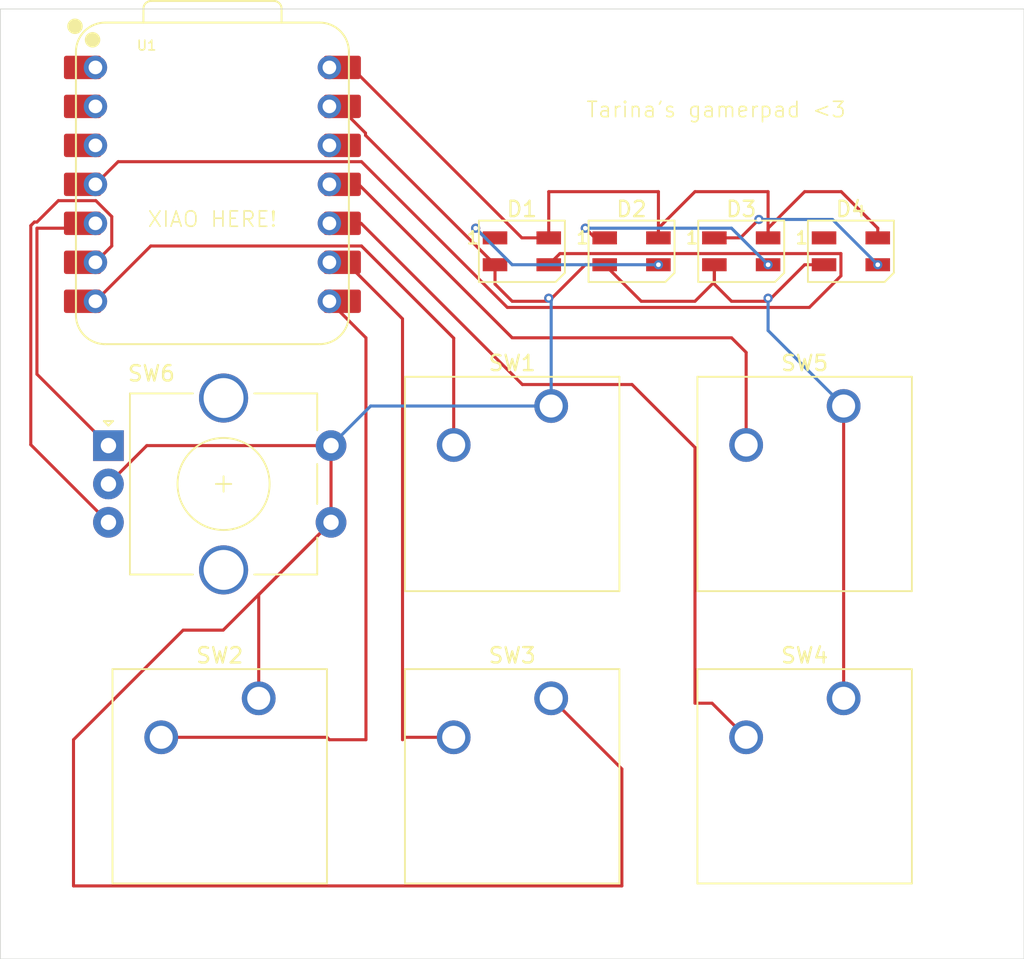
<source format=kicad_pcb>
(kicad_pcb (version 20241229) (generator "pcbnew") (generator_version "9.0")
  (layers (0 "F.Cu" signal) (2 "B.Cu" signal) (13 "F.Paste" user) (15 "B.Paste" user) (5 "F.SilkS" user "F.Silkscreen") (7 "B.SilkS" user "B.Silkscreen") (1 "F.Mask" user) (3 "B.Mask" user) (25 "Edge.Cuts" user))
  (net 0 "")
  (net 1 "GND")
  (net 2 "+5V")
  (net 3 "Net-(D1-DOUT)")
  (net 4 "Net-(D1-DIN)")
  (net 5 "Net-(D2-DOUT)")
  (net 6 "Net-(D3-DOUT)")
  (net 8 "Net-(U1-GPIO0{slash}TX)")
  (net 9 "Net-(U1-GPIO1{slash}RX)")
  (net 10 "Net-(U1-GPIO2{slash}SCK)")
  (net 11 "Net-(U1-GPIO4{slash}MISO)")
  (net 12 "Net-(U1-GPIO3{slash}MOSI)")
  (net 13 "Net-(U1-GPIO7{slash}SCL)")
  (net 14 "Net-(U1-GPIO6{slash}SDA)")
  (footprint "Button_Switch_Keyboard:SW_Cherry_MX_1.00u_PCB" (layer "F.Cu") (at 157.32125 87.78875)
    (property "Reference" "SW1" (at -2.54 -2.794 0) (layer "F.SilkS"))
    (property "Value" "SW_Push")
    (fp_line (start -9.525 -1.905) (end 4.445 -1.905) (stroke (width 0.12)) (layer "F.SilkS"))
    (fp_line (start -9.525 12.065) (end -9.525 -1.905) (stroke (width 0.12)) (layer "F.SilkS"))
    (fp_line (start 4.445 -1.905) (end 4.445 12.065) (stroke (width 0.12)) (layer "F.SilkS"))
    (fp_line (start 4.445 12.065) (end -9.525 12.065) (stroke (width 0.12)) (layer "F.SilkS"))
    (pad "" np_thru_hole circle (at -7.62 5.08) (size 1.7 1.7) (drill 1.7) (layers "*.Cu" "*.Mask"))
    (pad "" np_thru_hole circle (at -2.54 5.08) (size 4 4) (drill 4) (layers "*.Cu" "*.Mask"))
    (pad "" np_thru_hole circle (at 2.54 5.08) (size 1.7 1.7) (drill 1.7) (layers "*.Cu" "*.Mask"))
    (pad "1" thru_hole circle (at 0 0) (size 2.2 2.2) (drill 1.5) (layers "*.Cu" "*.Mask") (net 1 "GND"))
    (pad "2" thru_hole circle (at -6.35 2.54) (size 2.2 2.2) (drill 1.5) (layers "*.Cu" "*.Mask") (net 8 "Net-(U1-GPIO0{slash}TX)"))
  )
  (footprint "Button_Switch_Keyboard:SW_Cherry_MX_1.00u_PCB" (layer "F.Cu") (at 176.37125 87.78875)
    (property "Reference" "SW5" (at -2.54 -2.794 0) (layer "F.SilkS"))
    (property "Value" "SW_Push")
    (fp_line (start -9.525 -1.905) (end 4.445 -1.905) (stroke (width 0.12)) (layer "F.SilkS"))
    (fp_line (start -9.525 12.065) (end -9.525 -1.905) (stroke (width 0.12)) (layer "F.SilkS"))
    (fp_line (start 4.445 -1.905) (end 4.445 12.065) (stroke (width 0.12)) (layer "F.SilkS"))
    (fp_line (start 4.445 12.065) (end -9.525 12.065) (stroke (width 0.12)) (layer "F.SilkS"))
    (pad "" np_thru_hole circle (at -7.62 5.08) (size 1.7 1.7) (drill 1.7) (layers "*.Cu" "*.Mask"))
    (pad "" np_thru_hole circle (at -2.54 5.08) (size 4 4) (drill 4) (layers "*.Cu" "*.Mask"))
    (pad "" np_thru_hole circle (at 2.54 5.08) (size 1.7 1.7) (drill 1.7) (layers "*.Cu" "*.Mask"))
    (pad "1" thru_hole circle (at 0 0) (size 2.2 2.2) (drill 1.5) (layers "*.Cu" "*.Mask") (net 1 "GND"))
    (pad "2" thru_hole circle (at -6.35 2.54) (size 2.2 2.2) (drill 1.5) (layers "*.Cu" "*.Mask") (net 12 "Net-(U1-GPIO3{slash}MOSI)"))
  )
  (footprint "Button_Switch_Keyboard:SW_Cherry_MX_1.00u_PCB" (layer "F.Cu") (at 176.37125 106.83875)
    (property "Reference" "SW4" (at -2.54 -2.794 0) (layer "F.SilkS"))
    (property "Value" "SW_Push")
    (fp_line (start -9.525 -1.905) (end 4.445 -1.905) (stroke (width 0.12)) (layer "F.SilkS"))
    (fp_line (start -9.525 12.065) (end -9.525 -1.905) (stroke (width 0.12)) (layer "F.SilkS"))
    (fp_line (start 4.445 -1.905) (end 4.445 12.065) (stroke (width 0.12)) (layer "F.SilkS"))
    (fp_line (start 4.445 12.065) (end -9.525 12.065) (stroke (width 0.12)) (layer "F.SilkS"))
    (pad "" np_thru_hole circle (at -7.62 5.08) (size 1.7 1.7) (drill 1.7) (layers "*.Cu" "*.Mask"))
    (pad "" np_thru_hole circle (at -2.54 5.08) (size 4 4) (drill 4) (layers "*.Cu" "*.Mask"))
    (pad "" np_thru_hole circle (at 2.54 5.08) (size 1.7 1.7) (drill 1.7) (layers "*.Cu" "*.Mask"))
    (pad "1" thru_hole circle (at 0 0) (size 2.2 2.2) (drill 1.5) (layers "*.Cu" "*.Mask") (net 1 "GND"))
    (pad "2" thru_hole circle (at -6.35 2.54) (size 2.2 2.2) (drill 1.5) (layers "*.Cu" "*.Mask") (net 11 "Net-(U1-GPIO4{slash}MISO)"))
  )
  (footprint "LED_SMD:LED_SK6812MINI_PLCC4_3.5x3.5mm_P1.75mm" (layer "F.Cu") (at 162.55625 77.70625)
    (property "Reference" "D2" (at 0 -2.75 0) (layer "F.SilkS"))
    (property "Value" "SK6812MINI")
    (fp_line (start -2.8 -2) (end -2.8 2) (stroke (width 0.12)) (layer "F.SilkS"))
    (fp_line (start -2.8 -2) (end 2.8 -2) (stroke (width 0.12)) (layer "F.SilkS"))
    (fp_line (start -2.8 2) (end 2.2 2) (stroke (width 0.12)) (layer "F.SilkS"))
    (fp_line (start 2.8 1.4) (end 2.2 2) (stroke (width 0.12)) (layer "F.SilkS"))
    (fp_line (start 2.8 1.4) (end 2.8 -2) (stroke (width 0.12)) (layer "F.SilkS"))
    (fp_text user "1" (at -3.2 -0.875 0) (layer "F.SilkS") (effects (font (size 0.8 0.8))))
    (pad "1" smd rect (at -1.75 -0.875) (size 1.6 0.85) (layers "F.Cu" "F.Mask" "F.Paste") (net 5 "Net-(D2-DOUT)"))
    (pad "2" smd rect (at -1.75 0.875) (size 1.6 0.85) (layers "F.Cu" "F.Mask" "F.Paste") (net 1 "GND"))
    (pad "3" smd rect (at 1.75 0.875) (size 1.6 0.85) (layers "F.Cu" "F.Mask" "F.Paste") (net 3 "Net-(D1-DOUT)"))
    (pad "4" smd rect (at 1.75 -0.875) (size 1.6 0.85) (layers "F.Cu" "F.Mask" "F.Paste") (net 2 "+5V"))
  )
  (footprint "Button_Switch_Keyboard:SW_Cherry_MX_1.00u_PCB" (layer "F.Cu") (at 157.32125 106.83875)
    (property "Reference" "SW3" (at -2.54 -2.794 0) (layer "F.SilkS"))
    (property "Value" "SW_Push")
    (fp_line (start -9.525 -1.905) (end 4.445 -1.905) (stroke (width 0.12)) (layer "F.SilkS"))
    (fp_line (start -9.525 12.065) (end -9.525 -1.905) (stroke (width 0.12)) (layer "F.SilkS"))
    (fp_line (start 4.445 -1.905) (end 4.445 12.065) (stroke (width 0.12)) (layer "F.SilkS"))
    (fp_line (start 4.445 12.065) (end -9.525 12.065) (stroke (width 0.12)) (layer "F.SilkS"))
    (pad "" np_thru_hole circle (at -7.62 5.08) (size 1.7 1.7) (drill 1.7) (layers "*.Cu" "*.Mask"))
    (pad "" np_thru_hole circle (at -2.54 5.08) (size 4 4) (drill 4) (layers "*.Cu" "*.Mask"))
    (pad "" np_thru_hole circle (at 2.54 5.08) (size 1.7 1.7) (drill 1.7) (layers "*.Cu" "*.Mask"))
    (pad "1" thru_hole circle (at 0 0) (size 2.2 2.2) (drill 1.5) (layers "*.Cu" "*.Mask") (net 1 "GND"))
    (pad "2" thru_hole circle (at -6.35 2.54) (size 2.2 2.2) (drill 1.5) (layers "*.Cu" "*.Mask") (net 10 "Net-(U1-GPIO2{slash}SCK)"))
  )
  (footprint "LED_SMD:LED_SK6812MINI_PLCC4_3.5x3.5mm_P1.75mm" (layer "F.Cu") (at 176.84375 77.70625)
    (property "Reference" "D4" (at 0 -2.75 0) (layer "F.SilkS"))
    (property "Value" "SK6812MINI")
    (fp_line (start -2.8 -2) (end -2.8 2) (stroke (width 0.12)) (layer "F.SilkS"))
    (fp_line (start -2.8 -2) (end 2.8 -2) (stroke (width 0.12)) (layer "F.SilkS"))
    (fp_line (start -2.8 2) (end 2.2 2) (stroke (width 0.12)) (layer "F.SilkS"))
    (fp_line (start 2.8 1.4) (end 2.2 2) (stroke (width 0.12)) (layer "F.SilkS"))
    (fp_line (start 2.8 1.4) (end 2.8 -2) (stroke (width 0.12)) (layer "F.SilkS"))
    (fp_text user "1" (at -3.2 -0.875 0) (layer "F.SilkS") (effects (font (size 0.8 0.8))))
    (pad "1" smd rect (at -1.75 -0.875) (size 1.6 0.85) (layers "F.Cu" "F.Mask" "F.Paste"))
    (pad "2" smd rect (at -1.75 0.875) (size 1.6 0.85) (layers "F.Cu" "F.Mask" "F.Paste") (net 1 "GND"))
    (pad "3" smd rect (at 1.75 0.875) (size 1.6 0.85) (layers "F.Cu" "F.Mask" "F.Paste") (net 6 "Net-(D3-DOUT)"))
    (pad "4" smd rect (at 1.75 -0.875) (size 1.6 0.85) (layers "F.Cu" "F.Mask" "F.Paste") (net 2 "+5V"))
  )
  (footprint "Button_Switch_Keyboard:SW_Cherry_MX_1.00u_PCB" (layer "F.Cu") (at 138.27125 106.83875)
    (property "Reference" "SW2" (at -2.54 -2.794 0) (layer "F.SilkS"))
    (property "Value" "SW_Push")
    (fp_line (start -9.525 -1.905) (end 4.445 -1.905) (stroke (width 0.12)) (layer "F.SilkS"))
    (fp_line (start -9.525 12.065) (end -9.525 -1.905) (stroke (width 0.12)) (layer "F.SilkS"))
    (fp_line (start 4.445 -1.905) (end 4.445 12.065) (stroke (width 0.12)) (layer "F.SilkS"))
    (fp_line (start 4.445 12.065) (end -9.525 12.065) (stroke (width 0.12)) (layer "F.SilkS"))
    (pad "" np_thru_hole circle (at -7.62 5.08) (size 1.7 1.7) (drill 1.7) (layers "*.Cu" "*.Mask"))
    (pad "" np_thru_hole circle (at -2.54 5.08) (size 4 4) (drill 4) (layers "*.Cu" "*.Mask"))
    (pad "" np_thru_hole circle (at 2.54 5.08) (size 1.7 1.7) (drill 1.7) (layers "*.Cu" "*.Mask"))
    (pad "1" thru_hole circle (at 0 0) (size 2.2 2.2) (drill 1.5) (layers "*.Cu" "*.Mask") (net 1 "GND"))
    (pad "2" thru_hole circle (at -6.35 2.54) (size 2.2 2.2) (drill 1.5) (layers "*.Cu" "*.Mask") (net 9 "Net-(U1-GPIO1{slash}RX)"))
  )
  (footprint "Seeed Studio XIAO Series Library:XIAO-RP2040-DIP" (layer "F.Cu") (at 135.255 73.3425)
    (property "Reference" "U1" (at -4.28625 -9.04875 0) (layer "F.SilkS") (effects (font (size 0.635 0.635) (thickness 0.1016))))
    (property "Value" "XIAO-RP2040-DIP")
    (fp_line (start -8.89 8.509) (end -8.89 -8.636) (stroke (width 0.127)) (layer "F.SilkS"))
    (fp_line (start -6.985 10.414) (end 6.985 10.414) (stroke (width 0.127)) (layer "F.SilkS"))
    (fp_line (start -4.495 -10.541) (end -4.491272 -11.451272) (stroke (width 0.127)) (layer "F.SilkS"))
    (fp_line (start -3.991272 -11.951) (end 4.004 -11.951) (stroke (width 0.127)) (layer "F.SilkS"))
    (fp_line (start 4.504 -11.451) (end 4.504 -10.541) (stroke (width 0.127)) (layer "F.SilkS"))
    (fp_line (start 6.985 -10.541) (end -6.985 -10.541) (stroke (width 0.1)) (layer "F.SilkS"))
    (fp_line (start 6.985 -10.541) (end -6.985 -10.541) (stroke (width 0.127)) (layer "F.SilkS"))
    (fp_line (start 8.89 8.509) (end 8.89 -8.636) (stroke (width 0.127)) (layer "F.SilkS"))
    (fp_arc (start -8.89 -8.636) (mid -8.332038 -9.983038) (end -6.985 -10.541) (stroke (width 0.127)) (layer "F.SilkS"))
    (fp_arc (start -6.985 10.414) (mid -8.332038 9.856038) (end -8.89 8.509) (stroke (width 0.127)) (layer "F.SilkS"))
    (fp_arc (start -4.491272 -11.451272) (mid -4.344728 -11.80464) (end -3.991272 -11.951) (stroke (width 0.127)) (layer "F.SilkS"))
    (fp_arc (start 4.004 -11.951) (mid 4.357553 -11.804553) (end 4.504 -11.451) (stroke (width 0.127)) (layer "F.SilkS"))
    (fp_arc (start 6.985 -10.541) (mid 8.332038 -9.983038) (end 8.89 -8.636) (stroke (width 0.127)) (layer "F.SilkS"))
    (fp_arc (start 8.89 8.509) (mid 8.332038 9.856038) (end 6.985 10.414) (stroke (width 0.127)) (layer "F.SilkS"))
    (fp_circle (center -8.95 -10.3) (end -8.95 -10.554) (stroke (width 0.5)) (fill yes) (layer "F.SilkS"))
    (fp_circle (center -7.807 -9.42) (end -7.807 -9.674) (stroke (width 0.5)) (fill yes) (layer "F.SilkS"))
    (pad "1" smd roundrect (at -8.455 -7.62 180) (size 2.432 1.524) (layers "F.Cu" "F.Mask") (roundrect_rratio 0.1))
    (pad "1" thru_hole circle (at -7.62 -7.62 180) (size 1.524 1.524) (drill 0.889) (layers "*.Cu" "*.Mask"))
    (pad "2" smd roundrect (at -8.455 -5.08 180) (size 2.432 1.524) (layers "F.Cu" "F.Mask") (roundrect_rratio 0.1))
    (pad "2" thru_hole circle (at -7.62 -5.08 180) (size 1.524 1.524) (drill 0.889) (layers "*.Cu" "*.Mask"))
    (pad "3" smd roundrect (at -8.455 -2.54 180) (size 2.432 1.524) (layers "F.Cu" "F.Mask") (roundrect_rratio 0.1))
    (pad "3" thru_hole circle (at -7.62 -2.54 180) (size 1.524 1.524) (drill 0.889) (layers "*.Cu" "*.Mask"))
    (pad "4" smd roundrect (at -8.455 0 180) (size 2.432 1.524) (layers "F.Cu" "F.Mask") (roundrect_rratio 0.1) (net 4 "Net-(D1-DIN)"))
    (pad "4" thru_hole circle (at -7.62 0 180) (size 1.524 1.524) (drill 0.889) (layers "*.Cu" "*.Mask") (net 4 "Net-(D1-DIN)"))
    (pad "5" smd roundrect (at -8.455 2.54 180) (size 2.432 1.524) (layers "F.Cu" "F.Mask") (roundrect_rratio 0.1) (net 14 "Net-(U1-GPIO6{slash}SDA)"))
    (pad "5" thru_hole circle (at -7.62 2.54 180) (size 1.524 1.524) (drill 0.889) (layers "*.Cu" "*.Mask") (net 14 "Net-(U1-GPIO6{slash}SDA)"))
    (pad "6" smd roundrect (at -8.455 5.08 180) (size 2.432 1.524) (layers "F.Cu" "F.Mask") (roundrect_rratio 0.1) (net 13 "Net-(U1-GPIO7{slash}SCL)"))
    (pad "6" thru_hole circle (at -7.62 5.08 180) (size 1.524 1.524) (drill 0.889) (layers "*.Cu" "*.Mask") (net 13 "Net-(U1-GPIO7{slash}SCL)"))
    (pad "7" smd roundrect (at -8.455 7.62 180) (size 2.432 1.524) (layers "F.Cu" "F.Mask") (roundrect_rratio 0.1) (net 8 "Net-(U1-GPIO0{slash}TX)"))
    (pad "7" thru_hole circle (at -7.62 7.62 180) (size 1.524 1.524) (drill 0.889) (layers "*.Cu" "*.Mask") (net 8 "Net-(U1-GPIO0{slash}TX)"))
    (pad "8" thru_hole circle (at 7.62 7.62) (size 1.524 1.524) (drill 0.889) (layers "*.Cu" "*.Mask") (net 9 "Net-(U1-GPIO1{slash}RX)"))
    (pad "8" smd roundrect (at 8.455 7.62) (size 2.432 1.524) (layers "F.Cu" "F.Mask") (roundrect_rratio 0.1) (net 9 "Net-(U1-GPIO1{slash}RX)"))
    (pad "9" thru_hole circle (at 7.62 5.08) (size 1.524 1.524) (drill 0.889) (layers "*.Cu" "*.Mask") (net 10 "Net-(U1-GPIO2{slash}SCK)"))
    (pad "9" smd roundrect (at 8.455 5.08) (size 2.432 1.524) (layers "F.Cu" "F.Mask") (roundrect_rratio 0.1) (net 10 "Net-(U1-GPIO2{slash}SCK)"))
    (pad "10" thru_hole circle (at 7.62 2.54) (size 1.524 1.524) (drill 0.889) (layers "*.Cu" "*.Mask") (net 11 "Net-(U1-GPIO4{slash}MISO)"))
    (pad "10" smd roundrect (at 8.455 2.54) (size 2.432 1.524) (layers "F.Cu" "F.Mask") (roundrect_rratio 0.1) (net 11 "Net-(U1-GPIO4{slash}MISO)"))
    (pad "11" thru_hole circle (at 7.62 0) (size 1.524 1.524) (drill 0.889) (layers "*.Cu" "*.Mask") (net 12 "Net-(U1-GPIO3{slash}MOSI)"))
    (pad "11" smd roundrect (at 8.455 0) (size 2.432 1.524) (layers "F.Cu" "F.Mask") (roundrect_rratio 0.1) (net 12 "Net-(U1-GPIO3{slash}MOSI)"))
    (pad "12" thru_hole circle (at 7.62 -2.54) (size 1.524 1.524) (drill 0.889) (layers "*.Cu" "*.Mask"))
    (pad "12" smd roundrect (at 8.455 -2.54) (size 2.432 1.524) (layers "F.Cu" "F.Mask") (roundrect_rratio 0.1))
    (pad "13" thru_hole circle (at 7.62 -5.08) (size 1.524 1.524) (drill 0.889) (layers "*.Cu" "*.Mask") (net 1 "GND"))
    (pad "13" smd roundrect (at 8.455 -5.08) (size 2.432 1.524) (layers "F.Cu" "F.Mask") (roundrect_rratio 0.1) (net 1 "GND"))
    (pad "14" thru_hole circle (at 7.62 -7.62) (size 1.524 1.524) (drill 0.889) (layers "*.Cu" "*.Mask") (net 2 "+5V"))
    (pad "14" smd roundrect (at 8.455 -7.62) (size 2.432 1.524) (layers "F.Cu" "F.Mask") (roundrect_rratio 0.1) (net 2 "+5V"))
  )
  (footprint "Rotary_Encoder:RotaryEncoder_Alps_EC11E-Switch_Vertical_H20mm_CircularMountingHoles" (layer "F.Cu") (at 128.48125 90.36875)
    (property "Reference" "SW6" (at 2.8 -4.7 0) (layer "F.SilkS"))
    (property "Value" "RotaryEncoder_Switch")
    (fp_line (start -0.3 -1.6) (end 0.3 -1.6) (stroke (width 0.12)) (layer "F.SilkS"))
    (fp_line (start 0 -1.3) (end -0.3 -1.6) (stroke (width 0.12)) (layer "F.SilkS"))
    (fp_line (start 0.3 -1.6) (end 0 -1.3) (stroke (width 0.12)) (layer "F.SilkS"))
    (fp_line (start 1.4 -3.4) (end 1.4 8.4) (stroke (width 0.12)) (layer "F.SilkS"))
    (fp_line (start 5.5 -3.4) (end 1.4 -3.4) (stroke (width 0.12)) (layer "F.SilkS"))
    (fp_line (start 5.5 8.4) (end 1.4 8.4) (stroke (width 0.12)) (layer "F.SilkS"))
    (fp_line (start 7 2.5) (end 8 2.5) (stroke (width 0.12)) (layer "F.SilkS"))
    (fp_line (start 7.5 2) (end 7.5 3) (stroke (width 0.12)) (layer "F.SilkS"))
    (fp_line (start 9.5 -3.4) (end 13.6 -3.4) (stroke (width 0.12)) (layer "F.SilkS"))
    (fp_line (start 13.6 -3.4) (end 13.6 -1) (stroke (width 0.12)) (layer "F.SilkS"))
    (fp_line (start 13.6 1.2) (end 13.6 3.8) (stroke (width 0.12)) (layer "F.SilkS"))
    (fp_line (start 13.6 6) (end 13.6 8.4) (stroke (width 0.12)) (layer "F.SilkS"))
    (fp_line (start 13.6 8.4) (end 9.5 8.4) (stroke (width 0.12)) (layer "F.SilkS"))
    (fp_circle (center 7.5 2.5) (end 10.5 2.5) (stroke (width 0.12)) (fill no) (layer "F.SilkS"))
    (pad "A" thru_hole rect (at 0 0) (size 2 2) (drill 1) (layers "*.Cu" "*.Mask") (net 14 "Net-(U1-GPIO6{slash}SDA)"))
    (pad "B" thru_hole circle (at 0 5) (size 2 2) (drill 1) (layers "*.Cu" "*.Mask") (net 13 "Net-(U1-GPIO7{slash}SCL)"))
    (pad "C" thru_hole circle (at 0 2.5) (size 2 2) (drill 1) (layers "*.Cu" "*.Mask") (net 1 "GND"))
    (pad "MP" thru_hole circle (at 7.5 -3.1) (size 3.2 3.2) (drill 2.6) (layers "*.Cu" "*.Mask"))
    (pad "MP" thru_hole circle (at 7.5 8.1) (size 3.2 3.2) (drill 2.6) (layers "*.Cu" "*.Mask"))
    (pad "S1" thru_hole circle (at 14.5 5) (size 2 2) (drill 1) (layers "*.Cu" "*.Mask") (net 1 "GND"))
    (pad "S2" thru_hole circle (at 14.5 0) (size 2 2) (drill 1) (layers "*.Cu" "*.Mask") (net 1 "GND"))
  )
  (footprint "LED_SMD:LED_SK6812MINI_PLCC4_3.5x3.5mm_P1.75mm" (layer "F.Cu") (at 155.4125 77.70625)
    (property "Reference" "D1" (at 0 -2.75 0) (layer "F.SilkS"))
    (property "Value" "SK6812MINI")
    (fp_line (start -2.8 -2) (end -2.8 2) (stroke (width 0.12)) (layer "F.SilkS"))
    (fp_line (start -2.8 -2) (end 2.8 -2) (stroke (width 0.12)) (layer "F.SilkS"))
    (fp_line (start -2.8 2) (end 2.2 2) (stroke (width 0.12)) (layer "F.SilkS"))
    (fp_line (start 2.8 1.4) (end 2.2 2) (stroke (width 0.12)) (layer "F.SilkS"))
    (fp_line (start 2.8 1.4) (end 2.8 -2) (stroke (width 0.12)) (layer "F.SilkS"))
    (fp_text user "1" (at -3.2 -0.875 0) (layer "F.SilkS") (effects (font (size 0.8 0.8))))
    (pad "1" smd rect (at -1.75 -0.875) (size 1.6 0.85) (layers "F.Cu" "F.Mask" "F.Paste") (net 3 "Net-(D1-DOUT)"))
    (pad "2" smd rect (at -1.75 0.875) (size 1.6 0.85) (layers "F.Cu" "F.Mask" "F.Paste") (net 1 "GND"))
    (pad "3" smd rect (at 1.75 0.875) (size 1.6 0.85) (layers "F.Cu" "F.Mask" "F.Paste") (net 4 "Net-(D1-DIN)"))
    (pad "4" smd rect (at 1.75 -0.875) (size 1.6 0.85) (layers "F.Cu" "F.Mask" "F.Paste") (net 2 "+5V"))
  )
  (footprint "LED_SMD:LED_SK6812MINI_PLCC4_3.5x3.5mm_P1.75mm" (layer "F.Cu") (at 169.7 77.70625)
    (property "Reference" "D3" (at 0 -2.75 0) (layer "F.SilkS"))
    (property "Value" "SK6812MINI")
    (fp_line (start -2.8 -2) (end -2.8 2) (stroke (width 0.12)) (layer "F.SilkS"))
    (fp_line (start -2.8 -2) (end 2.8 -2) (stroke (width 0.12)) (layer "F.SilkS"))
    (fp_line (start -2.8 2) (end 2.2 2) (stroke (width 0.12)) (layer "F.SilkS"))
    (fp_line (start 2.8 1.4) (end 2.2 2) (stroke (width 0.12)) (layer "F.SilkS"))
    (fp_line (start 2.8 1.4) (end 2.8 -2) (stroke (width 0.12)) (layer "F.SilkS"))
    (fp_text user "1" (at -3.2 -0.875 0) (layer "F.SilkS") (effects (font (size 0.8 0.8))))
    (pad "1" smd rect (at -1.75 -0.875) (size 1.6 0.85) (layers "F.Cu" "F.Mask" "F.Paste") (net 6 "Net-(D3-DOUT)"))
    (pad "2" smd rect (at -1.75 0.875) (size 1.6 0.85) (layers "F.Cu" "F.Mask" "F.Paste") (net 1 "GND"))
    (pad "3" smd rect (at 1.75 0.875) (size 1.6 0.85) (layers "F.Cu" "F.Mask" "F.Paste") (net 5 "Net-(D2-DOUT)"))
    (pad "4" smd rect (at 1.75 -0.875) (size 1.6 0.85) (layers "F.Cu" "F.Mask" "F.Paste") (net 2 "+5V"))
  )
  (gr_rect (start 121.44375 61.9125) (end 188.11875 123.825) (stroke (width 0.05)) (fill no) (layer "Edge.Cuts"))
  (gr_text "Tarina's gamerpad <3" (at 159.54375 69.05625 0) (layer "F.SilkS") (effects (font (size 1 1) (thickness 0.1)) (justify left bottom)))
  (gr_text "XIAO HERE!" (at 130.96875 76.2 0) (layer "F.SilkS") (effects (font (size 1 1) (thickness 0.1)) (justify left bottom)))
  (segment (start 138.27125 100.07875) (end 142.98125 95.36875) (width 0.2) (layer "F.Cu") (net 1))
  (segment (start 171.45 80.9625) (end 173.83125 78.58125) (width 0.2) (layer "F.Cu") (net 1))
  (segment (start 160.80625 78.58125) (end 163.1875 80.9625) (width 0.2) (layer "F.Cu") (net 1))
  (segment (start 167.95 79.84375) (end 169.06875 80.9625) (width 0.2) (layer "F.Cu") (net 1))
  (segment (start 126.20625 119.0625) (end 126.20625 109.5375) (width 0.2) (layer "F.Cu") (net 1))
  (segment (start 157.32125 106.83875) (end 161.925 111.4425) (width 0.2) (layer "F.Cu") (net 1))
  (segment (start 142.875 68.2625) (end 143.488626 68.2625) (width 0.2) (layer "F.Cu") (net 1))
  (segment (start 138.27125 106.83875) (end 138.27125 100.07875) (width 0.2) (layer "F.Cu") (net 1))
  (segment (start 167.95 78.58125) (end 167.95 79.84375) (width 0.2) (layer "F.Cu") (net 1))
  (segment (start 163.1875 80.9625) (end 166.6875 80.9625) (width 0.2) (layer "F.Cu") (net 1))
  (segment (start 133.35 102.39375) (end 135.95625 102.39375) (width 0.2) (layer "F.Cu") (net 1))
  (segment (start 166.6875 80.9625) (end 167.95 79.7) (width 0.2) (layer "F.Cu") (net 1))
  (segment (start 167.95 79.7) (end 167.95 78.58125) (width 0.2) (layer "F.Cu") (net 1))
  (segment (start 153.6625 79.84375) (end 154.78125 80.9625) (width 0.2) (layer "F.Cu") (net 1))
  (segment (start 159.54375 78.58125) (end 160.80625 78.58125) (width 0.2) (layer "F.Cu") (net 1))
  (segment (start 153.6625 78.58125) (end 153.6625 79.84375) (width 0.2) (layer "F.Cu") (net 1))
  (segment (start 135.95625 102.39375) (end 142.98125 95.36875) (width 0.2) (layer "F.Cu") (net 1))
  (segment (start 130.98125 90.36875) (end 142.98125 90.36875) (width 0.2) (layer "F.Cu") (net 1))
  (segment (start 126.20625 109.5375) (end 133.35 102.39375) (width 0.2) (layer "F.Cu") (net 1))
  (segment (start 161.925 111.4425) (end 161.925 119.0625) (width 0.2) (layer "F.Cu") (net 1))
  (segment (start 169.06875 80.9625) (end 171.45 80.9625) (width 0.2) (layer "F.Cu") (net 1))
  (segment (start 154.78125 80.9625) (end 157.1625 80.9625) (width 0.2) (layer "F.Cu") (net 1))
  (segment (start 128.48125 92.86875) (end 130.98125 90.36875) (width 0.2) (layer "F.Cu") (net 1))
  (segment (start 173.83125 78.58125) (end 175.09375 78.58125) (width 0.2) (layer "F.Cu") (net 1))
  (segment (start 143.488626 68.2625) (end 145.227 70.000874) (width 0.2) (layer "F.Cu") (net 1))
  (segment (start 176.37125 106.83875) (end 176.37125 87.78875) (width 0.2) (layer "F.Cu") (net 1))
  (segment (start 161.925 119.0625) (end 126.20625 119.0625) (width 0.2) (layer "F.Cu") (net 1))
  (segment (start 157.1625 80.9625) (end 159.54375 78.58125) (width 0.2) (layer "F.Cu") (net 1))
  (segment (start 145.227 70.14575) (end 153.6625 78.58125) (width 0.2) (layer "F.Cu") (net 1))
  (segment (start 145.227 70.000874) (end 145.227 70.14575) (width 0.2) (layer "F.Cu") (net 1))
  (segment (start 142.98125 90.36875) (end 142.98125 95.36875) (width 0.2) (layer "F.Cu") (net 1))
  (via (at 157.1625 80.7635) (size 0.6) (drill 0.3) (layers "F.Cu" "B.Cu") (net 1))
  (via (at 171.45 80.7635) (size 0.6) (drill 0.3) (layers "F.Cu" "B.Cu") (net 1))
  (segment (start 176.37125 87.78875) (end 171.45 82.8675) (width 0.2) (layer "B.Cu") (net 1))
  (segment (start 145.56125 87.78875) (end 157.32125 87.78875) (width 0.2) (layer "B.Cu") (net 1))
  (segment (start 157.32125 80.92225) (end 157.1625 80.7635) (width 0.2) (layer "B.Cu") (net 1))
  (segment (start 157.32125 87.78875) (end 157.32125 80.92225) (width 0.2) (layer "B.Cu") (net 1))
  (segment (start 142.98125 90.36875) (end 145.56125 87.78875) (width 0.2) (layer "B.Cu") (net 1))
  (segment (start 171.45 82.8675) (end 171.45 80.7635) (width 0.2) (layer "B.Cu") (net 1))
  (segment (start 164.30625 73.81875) (end 164.30625 76.83125) (width 0.2) (layer "F.Cu") (net 2))
  (segment (start 157.1625 76.83125) (end 157.1625 73.81875) (width 0.2) (layer "F.Cu") (net 2))
  (segment (start 171.45 73.81875) (end 171.45 76.83125) (width 0.2) (layer "F.Cu") (net 2))
  (segment (start 176.2125 73.81875) (end 178.59375 76.2) (width 0.2) (layer "F.Cu") (net 2))
  (segment (start 142.875 65.7225) (end 144.30375 65.7225) (width 0.2) (layer "F.Cu") (net 2))
  (segment (start 166.6875 73.81875) (end 171.45 73.81875) (width 0.2) (layer "F.Cu") (net 2))
  (segment (start 164.30625 76.2) (end 166.6875 73.81875) (width 0.2) (layer "F.Cu") (net 2))
  (segment (start 155.4125 76.83125) (end 157.1625 76.83125) (width 0.2) (layer "F.Cu") (net 2))
  (segment (start 144.30375 65.7225) (end 155.4125 76.83125) (width 0.2) (layer "F.Cu") (net 2))
  (segment (start 178.59375 76.2) (end 178.59375 76.83125) (width 0.2) (layer "F.Cu") (net 2))
  (segment (start 171.45 76.83125) (end 171.45 76.2) (width 0.2) (layer "F.Cu") (net 2))
  (segment (start 157.1625 73.81875) (end 164.30625 73.81875) (width 0.2) (layer "F.Cu") (net 2))
  (segment (start 164.30625 76.83125) (end 164.30625 76.2) (width 0.2) (layer "F.Cu") (net 2))
  (segment (start 171.45 76.2) (end 173.83125 73.81875) (width 0.2) (layer "F.Cu") (net 2))
  (segment (start 173.83125 73.81875) (end 176.2125 73.81875) (width 0.2) (layer "F.Cu") (net 2))
  (segment (start 153.6625 76.83125) (end 153.03125 76.83125) (width 0.2) (layer "F.Cu") (net 3))
  (segment (start 153.03125 76.83125) (end 152.4 76.2) (width 0.2) (layer "F.Cu") (net 3))
  (via (at 152.4 76.2) (size 0.6) (drill 0.3) (layers "F.Cu" "B.Cu") (net 3))
  (via (at 164.30625 78.58125) (size 0.6) (drill 0.3) (layers "F.Cu" "B.Cu") (net 3))
  (segment (start 152.4 76.2) (end 154.78125 78.58125) (width 0.2) (layer "B.Cu") (net 3))
  (segment (start 154.78125 78.58125) (end 164.30625 78.58125) (width 0.2) (layer "B.Cu") (net 3))
  (segment (start 176.19475 79.30725) (end 176.19475 77.85525) (width 0.2) (layer "F.Cu") (net 4))
  (segment (start 157.8885 77.85525) (end 157.1625 78.58125) (width 0.2) (layer "F.Cu") (net 4))
  (segment (start 129.112 71.8655) (end 144.965626 71.8655) (width 0.2) (layer "F.Cu") (net 4))
  (segment (start 144.965626 71.8655) (end 154.463626 81.3635) (width 0.2) (layer "F.Cu") (net 4))
  (segment (start 176.19475 77.85525) (end 157.8885 77.85525) (width 0.2) (layer "F.Cu") (net 4))
  (segment (start 174.1385 81.3635) (end 176.19475 79.30725) (width 0.2) (layer "F.Cu") (net 4))
  (segment (start 154.463626 81.3635) (end 174.1385 81.3635) (width 0.2) (layer "F.Cu") (net 4))
  (segment (start 127.635 73.3425) (end 129.112 71.8655) (width 0.2) (layer "F.Cu") (net 4))
  (segment (start 160.175 76.83125) (end 159.54375 76.2) (width 0.2) (layer "F.Cu") (net 5))
  (segment (start 160.80625 76.83125) (end 160.175 76.83125) (width 0.2) (layer "F.Cu") (net 5))
  (via (at 159.54375 76.2) (size 0.6) (drill 0.3) (layers "F.Cu" "B.Cu") (net 5))
  (via (at 171.45 78.58125) (size 0.6) (drill 0.3) (layers "F.Cu" "B.Cu") (net 5))
  (segment (start 159.54375 76.2) (end 169.06875 76.2) (width 0.2) (layer "B.Cu") (net 5))
  (segment (start 169.06875 76.2) (end 171.45 78.58125) (width 0.2) (layer "B.Cu") (net 5))
  (segment (start 167.95 76.83125) (end 169.647609 76.83125) (width 0.2) (layer "F.Cu") (net 6))
  (segment (start 169.647609 76.83125) (end 170.85 75.628859) (width 0.2) (layer "F.Cu") (net 6))
  (via (at 178.59375 78.58125) (size 0.6) (drill 0.3) (layers "F.Cu" "B.Cu") (net 6))
  (via (at 170.85 75.628859) (size 0.6) (drill 0.3) (layers "F.Cu" "B.Cu") (net 6))
  (segment (start 175.641359 75.628859) (end 178.59375 78.58125) (width 0.2) (layer "B.Cu") (net 6))
  (segment (start 170.85 75.628859) (end 175.641359 75.628859) (width 0.2) (layer "B.Cu") (net 6))
  (segment (start 144.965626 77.3595) (end 150.97125 83.365124) (width 0.2) (layer "F.Cu") (net 8))
  (segment (start 127.635 80.9625) (end 131.238 77.3595) (width 0.2) (layer "F.Cu") (net 8))
  (segment (start 150.97125 83.365124) (end 150.97125 90.32875) (width 0.2) (layer "F.Cu") (net 8))
  (segment (start 131.238 77.3595) (end 144.965626 77.3595) (width 0.2) (layer "F.Cu") (net 8))
  (segment (start 142.875 109.5375) (end 142.71625 109.37875) (width 0.2) (layer "F.Cu") (net 9))
  (segment (start 145.25625 109.5375) (end 142.875 109.5375) (width 0.2) (layer "F.Cu") (net 9))
  (segment (start 145.25625 83.34375) (end 145.25625 109.5375) (width 0.2) (layer "F.Cu") (net 9))
  (segment (start 142.71625 109.37875) (end 131.92125 109.37875) (width 0.2) (layer "F.Cu") (net 9))
  (segment (start 142.875 80.9625) (end 145.25625 83.34375) (width 0.2) (layer "F.Cu") (net 9))
  (segment (start 142.875 78.4225) (end 143.95263 78.4225) (width 0.2) (layer "F.Cu") (net 10))
  (segment (start 147.6375 109.5375) (end 147.79625 109.37875) (width 0.2) (layer "F.Cu") (net 10))
  (segment (start 143.95263 78.4225) (end 147.6375 82.10737) (width 0.2) (layer "F.Cu") (net 10))
  (segment (start 147.6375 82.10737) (end 147.6375 109.5375) (width 0.2) (layer "F.Cu") (net 10))
  (segment (start 147.79625 109.37875) (end 150.97125 109.37875) (width 0.2) (layer "F.Cu") (net 10))
  (segment (start 166.6875 107.15625) (end 167.79875 107.15625) (width 0.2) (layer "F.Cu") (net 11))
  (segment (start 162.58775 86.38775) (end 166.6875 90.4875) (width 0.2) (layer "F.Cu") (net 11))
  (segment (start 142.875 75.8825) (end 144.93875 75.8825) (width 0.2) (layer "F.Cu") (net 11))
  (segment (start 166.6875 90.4875) (end 166.6875 107.15625) (width 0.2) (layer "F.Cu") (net 11))
  (segment (start 155.444 86.38775) (end 162.58775 86.38775) (width 0.2) (layer "F.Cu") (net 11))
  (segment (start 144.93875 75.8825) (end 155.444 86.38775) (width 0.2) (layer "F.Cu") (net 11))
  (segment (start 167.79875 107.15625) (end 170.02125 109.37875) (width 0.2) (layer "F.Cu") (net 11))
  (segment (start 169.06875 83.34375) (end 170.02125 84.29625) (width 0.2) (layer "F.Cu") (net 12))
  (segment (start 154.78125 83.34375) (end 169.06875 83.34375) (width 0.2) (layer "F.Cu") (net 12))
  (segment (start 170.02125 84.29625) (end 170.02125 90.32875) (width 0.2) (layer "F.Cu") (net 12))
  (segment (start 144.78 73.3425) (end 154.78125 83.34375) (width 0.2) (layer "F.Cu") (net 12))
  (segment (start 142.875 73.3425) (end 144.78 73.3425) (width 0.2) (layer "F.Cu") (net 12))
  (segment (start 123.424 90.3115) (end 128.48125 95.36875) (width 0.2) (layer "F.Cu") (net 13))
  (segment (start 123.424 76.0339) (end 123.424 90.3115) (width 0.2) (layer "F.Cu") (net 13))
  (segment (start 125.2185 74.4055) (end 123.825 75.799) (width 0.2) (layer "F.Cu") (net 13))
  (segment (start 123.825 75.799) (end 123.6589 75.799) (width 0.2) (layer "F.Cu") (net 13))
  (segment (start 128.698 75.44219) (end 127.66131 74.4055) (width 0.2) (layer "F.Cu") (net 13))
  (segment (start 123.6589 75.799) (end 123.424 76.0339) (width 0.2) (layer "F.Cu") (net 13))
  (segment (start 127.66131 74.4055) (end 125.2185 74.4055) (width 0.2) (layer "F.Cu") (net 13))
  (segment (start 128.698 77.3595) (end 128.698 75.44219) (width 0.2) (layer "F.Cu") (net 13))
  (segment (start 127.635 78.4225) (end 128.698 77.3595) (width 0.2) (layer "F.Cu") (net 13))
  (segment (start 127.635 75.8825) (end 127.3175 76.2) (width 0.2) (layer "F.Cu") (net 14))
  (segment (start 127.3175 76.2) (end 123.825 76.2) (width 0.2) (layer "F.Cu") (net 14))
  (segment (start 123.825 85.7125) (end 128.48125 90.36875) (width 0.2) (layer "F.Cu") (net 14))
  (segment (start 123.825 76.2) (end 123.825 85.7125) (width 0.2) (layer "F.Cu") (net 14))
)
</source>
